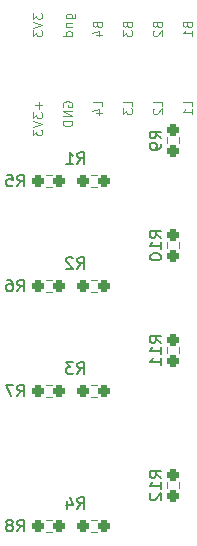
<source format=gbo>
G04 #@! TF.GenerationSoftware,KiCad,Pcbnew,7.0.11-7.0.11~ubuntu20.04.1*
G04 #@! TF.CreationDate,2024-08-22T00:47:31+02:00*
G04 #@! TF.ProjectId,kicad-pmod-semaphore,6b696361-642d-4706-9d6f-642d73656d61,1.0*
G04 #@! TF.SameCoordinates,Original*
G04 #@! TF.FileFunction,Legend,Bot*
G04 #@! TF.FilePolarity,Positive*
%FSLAX46Y46*%
G04 Gerber Fmt 4.6, Leading zero omitted, Abs format (unit mm)*
G04 Created by KiCad (PCBNEW 7.0.11-7.0.11~ubuntu20.04.1) date 2024-08-22 00:47:31*
%MOMM*%
%LPD*%
G01*
G04 APERTURE LIST*
G04 Aperture macros list*
%AMRoundRect*
0 Rectangle with rounded corners*
0 $1 Rounding radius*
0 $2 $3 $4 $5 $6 $7 $8 $9 X,Y pos of 4 corners*
0 Add a 4 corners polygon primitive as box body*
4,1,4,$2,$3,$4,$5,$6,$7,$8,$9,$2,$3,0*
0 Add four circle primitives for the rounded corners*
1,1,$1+$1,$2,$3*
1,1,$1+$1,$4,$5*
1,1,$1+$1,$6,$7*
1,1,$1+$1,$8,$9*
0 Add four rect primitives between the rounded corners*
20,1,$1+$1,$2,$3,$4,$5,0*
20,1,$1+$1,$4,$5,$6,$7,0*
20,1,$1+$1,$6,$7,$8,$9,0*
20,1,$1+$1,$8,$9,$2,$3,0*%
G04 Aperture macros list end*
%ADD10C,0.100000*%
%ADD11C,0.150000*%
%ADD12C,0.120000*%
%ADD13C,2.000000*%
%ADD14RoundRect,0.237500X-0.237500X0.250000X-0.237500X-0.250000X0.237500X-0.250000X0.237500X0.250000X0*%
%ADD15RoundRect,0.237500X0.250000X0.237500X-0.250000X0.237500X-0.250000X-0.237500X0.250000X-0.237500X0*%
%ADD16R,1.700000X1.700000*%
%ADD17O,1.700000X1.700000*%
%ADD18C,2.500000*%
%ADD19R,1.800000X1.800000*%
%ADD20C,1.800000*%
G04 APERTURE END LIST*
D10*
X114360133Y-52326265D02*
X114360133Y-52935789D01*
X114664895Y-52631027D02*
X114055371Y-52631027D01*
X113864895Y-53240550D02*
X113864895Y-53735788D01*
X113864895Y-53735788D02*
X114169657Y-53469122D01*
X114169657Y-53469122D02*
X114169657Y-53583407D01*
X114169657Y-53583407D02*
X114207752Y-53659598D01*
X114207752Y-53659598D02*
X114245847Y-53697693D01*
X114245847Y-53697693D02*
X114322038Y-53735788D01*
X114322038Y-53735788D02*
X114512514Y-53735788D01*
X114512514Y-53735788D02*
X114588704Y-53697693D01*
X114588704Y-53697693D02*
X114626800Y-53659598D01*
X114626800Y-53659598D02*
X114664895Y-53583407D01*
X114664895Y-53583407D02*
X114664895Y-53354836D01*
X114664895Y-53354836D02*
X114626800Y-53278645D01*
X114626800Y-53278645D02*
X114588704Y-53240550D01*
X113864895Y-53964360D02*
X114664895Y-54231027D01*
X114664895Y-54231027D02*
X113864895Y-54497693D01*
X113864895Y-54688169D02*
X113864895Y-55183407D01*
X113864895Y-55183407D02*
X114169657Y-54916741D01*
X114169657Y-54916741D02*
X114169657Y-55031026D01*
X114169657Y-55031026D02*
X114207752Y-55107217D01*
X114207752Y-55107217D02*
X114245847Y-55145312D01*
X114245847Y-55145312D02*
X114322038Y-55183407D01*
X114322038Y-55183407D02*
X114512514Y-55183407D01*
X114512514Y-55183407D02*
X114588704Y-55145312D01*
X114588704Y-55145312D02*
X114626800Y-55107217D01*
X114626800Y-55107217D02*
X114664895Y-55031026D01*
X114664895Y-55031026D02*
X114664895Y-54802455D01*
X114664895Y-54802455D02*
X114626800Y-54726264D01*
X114626800Y-54726264D02*
X114588704Y-54688169D01*
X116442990Y-52745312D02*
X116404895Y-52669122D01*
X116404895Y-52669122D02*
X116404895Y-52554836D01*
X116404895Y-52554836D02*
X116442990Y-52440550D01*
X116442990Y-52440550D02*
X116519180Y-52364360D01*
X116519180Y-52364360D02*
X116595371Y-52326265D01*
X116595371Y-52326265D02*
X116747752Y-52288169D01*
X116747752Y-52288169D02*
X116862038Y-52288169D01*
X116862038Y-52288169D02*
X117014419Y-52326265D01*
X117014419Y-52326265D02*
X117090609Y-52364360D01*
X117090609Y-52364360D02*
X117166800Y-52440550D01*
X117166800Y-52440550D02*
X117204895Y-52554836D01*
X117204895Y-52554836D02*
X117204895Y-52631027D01*
X117204895Y-52631027D02*
X117166800Y-52745312D01*
X117166800Y-52745312D02*
X117128704Y-52783408D01*
X117128704Y-52783408D02*
X116862038Y-52783408D01*
X116862038Y-52783408D02*
X116862038Y-52631027D01*
X117204895Y-53126265D02*
X116404895Y-53126265D01*
X116404895Y-53126265D02*
X117204895Y-53583408D01*
X117204895Y-53583408D02*
X116404895Y-53583408D01*
X117204895Y-53964360D02*
X116404895Y-53964360D01*
X116404895Y-53964360D02*
X116404895Y-54154836D01*
X116404895Y-54154836D02*
X116442990Y-54269122D01*
X116442990Y-54269122D02*
X116519180Y-54345312D01*
X116519180Y-54345312D02*
X116595371Y-54383407D01*
X116595371Y-54383407D02*
X116747752Y-54421503D01*
X116747752Y-54421503D02*
X116862038Y-54421503D01*
X116862038Y-54421503D02*
X117014419Y-54383407D01*
X117014419Y-54383407D02*
X117090609Y-54345312D01*
X117090609Y-54345312D02*
X117166800Y-54269122D01*
X117166800Y-54269122D02*
X117204895Y-54154836D01*
X117204895Y-54154836D02*
X117204895Y-53964360D01*
X119744895Y-52707217D02*
X119744895Y-52326265D01*
X119744895Y-52326265D02*
X118944895Y-52326265D01*
X119211561Y-53316741D02*
X119744895Y-53316741D01*
X118906800Y-53126265D02*
X119478228Y-52935788D01*
X119478228Y-52935788D02*
X119478228Y-53431027D01*
X122284895Y-52707217D02*
X122284895Y-52326265D01*
X122284895Y-52326265D02*
X121484895Y-52326265D01*
X121484895Y-52897693D02*
X121484895Y-53392931D01*
X121484895Y-53392931D02*
X121789657Y-53126265D01*
X121789657Y-53126265D02*
X121789657Y-53240550D01*
X121789657Y-53240550D02*
X121827752Y-53316741D01*
X121827752Y-53316741D02*
X121865847Y-53354836D01*
X121865847Y-53354836D02*
X121942038Y-53392931D01*
X121942038Y-53392931D02*
X122132514Y-53392931D01*
X122132514Y-53392931D02*
X122208704Y-53354836D01*
X122208704Y-53354836D02*
X122246800Y-53316741D01*
X122246800Y-53316741D02*
X122284895Y-53240550D01*
X122284895Y-53240550D02*
X122284895Y-53011979D01*
X122284895Y-53011979D02*
X122246800Y-52935788D01*
X122246800Y-52935788D02*
X122208704Y-52897693D01*
X124824895Y-52707217D02*
X124824895Y-52326265D01*
X124824895Y-52326265D02*
X124024895Y-52326265D01*
X124101085Y-52935788D02*
X124062990Y-52973884D01*
X124062990Y-52973884D02*
X124024895Y-53050074D01*
X124024895Y-53050074D02*
X124024895Y-53240550D01*
X124024895Y-53240550D02*
X124062990Y-53316741D01*
X124062990Y-53316741D02*
X124101085Y-53354836D01*
X124101085Y-53354836D02*
X124177276Y-53392931D01*
X124177276Y-53392931D02*
X124253466Y-53392931D01*
X124253466Y-53392931D02*
X124367752Y-53354836D01*
X124367752Y-53354836D02*
X124824895Y-52897693D01*
X124824895Y-52897693D02*
X124824895Y-53392931D01*
X127364895Y-52707217D02*
X127364895Y-52326265D01*
X127364895Y-52326265D02*
X126564895Y-52326265D01*
X127364895Y-53392931D02*
X127364895Y-52935788D01*
X127364895Y-53164360D02*
X126564895Y-53164360D01*
X126564895Y-53164360D02*
X126679180Y-53088169D01*
X126679180Y-53088169D02*
X126755371Y-53011979D01*
X126755371Y-53011979D02*
X126793466Y-52935788D01*
X113864895Y-44828972D02*
X113864895Y-45324210D01*
X113864895Y-45324210D02*
X114169657Y-45057544D01*
X114169657Y-45057544D02*
X114169657Y-45171829D01*
X114169657Y-45171829D02*
X114207752Y-45248020D01*
X114207752Y-45248020D02*
X114245847Y-45286115D01*
X114245847Y-45286115D02*
X114322038Y-45324210D01*
X114322038Y-45324210D02*
X114512514Y-45324210D01*
X114512514Y-45324210D02*
X114588704Y-45286115D01*
X114588704Y-45286115D02*
X114626800Y-45248020D01*
X114626800Y-45248020D02*
X114664895Y-45171829D01*
X114664895Y-45171829D02*
X114664895Y-44943258D01*
X114664895Y-44943258D02*
X114626800Y-44867067D01*
X114626800Y-44867067D02*
X114588704Y-44828972D01*
X113864895Y-45552782D02*
X114664895Y-45819449D01*
X114664895Y-45819449D02*
X113864895Y-46086115D01*
X113864895Y-46276591D02*
X113864895Y-46771829D01*
X113864895Y-46771829D02*
X114169657Y-46505163D01*
X114169657Y-46505163D02*
X114169657Y-46619448D01*
X114169657Y-46619448D02*
X114207752Y-46695639D01*
X114207752Y-46695639D02*
X114245847Y-46733734D01*
X114245847Y-46733734D02*
X114322038Y-46771829D01*
X114322038Y-46771829D02*
X114512514Y-46771829D01*
X114512514Y-46771829D02*
X114588704Y-46733734D01*
X114588704Y-46733734D02*
X114626800Y-46695639D01*
X114626800Y-46695639D02*
X114664895Y-46619448D01*
X114664895Y-46619448D02*
X114664895Y-46390877D01*
X114664895Y-46390877D02*
X114626800Y-46314686D01*
X114626800Y-46314686D02*
X114588704Y-46276591D01*
X116671561Y-45286114D02*
X117319180Y-45286114D01*
X117319180Y-45286114D02*
X117395371Y-45248019D01*
X117395371Y-45248019D02*
X117433466Y-45209923D01*
X117433466Y-45209923D02*
X117471561Y-45133733D01*
X117471561Y-45133733D02*
X117471561Y-45019447D01*
X117471561Y-45019447D02*
X117433466Y-44943257D01*
X117166800Y-45286114D02*
X117204895Y-45209923D01*
X117204895Y-45209923D02*
X117204895Y-45057542D01*
X117204895Y-45057542D02*
X117166800Y-44981352D01*
X117166800Y-44981352D02*
X117128704Y-44943257D01*
X117128704Y-44943257D02*
X117052514Y-44905161D01*
X117052514Y-44905161D02*
X116823942Y-44905161D01*
X116823942Y-44905161D02*
X116747752Y-44943257D01*
X116747752Y-44943257D02*
X116709657Y-44981352D01*
X116709657Y-44981352D02*
X116671561Y-45057542D01*
X116671561Y-45057542D02*
X116671561Y-45209923D01*
X116671561Y-45209923D02*
X116709657Y-45286114D01*
X116671561Y-45667067D02*
X117204895Y-45667067D01*
X116747752Y-45667067D02*
X116709657Y-45705162D01*
X116709657Y-45705162D02*
X116671561Y-45781352D01*
X116671561Y-45781352D02*
X116671561Y-45895638D01*
X116671561Y-45895638D02*
X116709657Y-45971829D01*
X116709657Y-45971829D02*
X116785847Y-46009924D01*
X116785847Y-46009924D02*
X117204895Y-46009924D01*
X117204895Y-46733734D02*
X116404895Y-46733734D01*
X117166800Y-46733734D02*
X117204895Y-46657543D01*
X117204895Y-46657543D02*
X117204895Y-46505162D01*
X117204895Y-46505162D02*
X117166800Y-46428972D01*
X117166800Y-46428972D02*
X117128704Y-46390877D01*
X117128704Y-46390877D02*
X117052514Y-46352781D01*
X117052514Y-46352781D02*
X116823942Y-46352781D01*
X116823942Y-46352781D02*
X116747752Y-46390877D01*
X116747752Y-46390877D02*
X116709657Y-46428972D01*
X116709657Y-46428972D02*
X116671561Y-46505162D01*
X116671561Y-46505162D02*
X116671561Y-46657543D01*
X116671561Y-46657543D02*
X116709657Y-46733734D01*
X119325847Y-45819448D02*
X119363942Y-45933734D01*
X119363942Y-45933734D02*
X119402038Y-45971829D01*
X119402038Y-45971829D02*
X119478228Y-46009925D01*
X119478228Y-46009925D02*
X119592514Y-46009925D01*
X119592514Y-46009925D02*
X119668704Y-45971829D01*
X119668704Y-45971829D02*
X119706800Y-45933734D01*
X119706800Y-45933734D02*
X119744895Y-45857544D01*
X119744895Y-45857544D02*
X119744895Y-45552782D01*
X119744895Y-45552782D02*
X118944895Y-45552782D01*
X118944895Y-45552782D02*
X118944895Y-45819448D01*
X118944895Y-45819448D02*
X118982990Y-45895639D01*
X118982990Y-45895639D02*
X119021085Y-45933734D01*
X119021085Y-45933734D02*
X119097276Y-45971829D01*
X119097276Y-45971829D02*
X119173466Y-45971829D01*
X119173466Y-45971829D02*
X119249657Y-45933734D01*
X119249657Y-45933734D02*
X119287752Y-45895639D01*
X119287752Y-45895639D02*
X119325847Y-45819448D01*
X119325847Y-45819448D02*
X119325847Y-45552782D01*
X119211561Y-46695639D02*
X119744895Y-46695639D01*
X118906800Y-46505163D02*
X119478228Y-46314686D01*
X119478228Y-46314686D02*
X119478228Y-46809925D01*
X121865847Y-45819448D02*
X121903942Y-45933734D01*
X121903942Y-45933734D02*
X121942038Y-45971829D01*
X121942038Y-45971829D02*
X122018228Y-46009925D01*
X122018228Y-46009925D02*
X122132514Y-46009925D01*
X122132514Y-46009925D02*
X122208704Y-45971829D01*
X122208704Y-45971829D02*
X122246800Y-45933734D01*
X122246800Y-45933734D02*
X122284895Y-45857544D01*
X122284895Y-45857544D02*
X122284895Y-45552782D01*
X122284895Y-45552782D02*
X121484895Y-45552782D01*
X121484895Y-45552782D02*
X121484895Y-45819448D01*
X121484895Y-45819448D02*
X121522990Y-45895639D01*
X121522990Y-45895639D02*
X121561085Y-45933734D01*
X121561085Y-45933734D02*
X121637276Y-45971829D01*
X121637276Y-45971829D02*
X121713466Y-45971829D01*
X121713466Y-45971829D02*
X121789657Y-45933734D01*
X121789657Y-45933734D02*
X121827752Y-45895639D01*
X121827752Y-45895639D02*
X121865847Y-45819448D01*
X121865847Y-45819448D02*
X121865847Y-45552782D01*
X121484895Y-46276591D02*
X121484895Y-46771829D01*
X121484895Y-46771829D02*
X121789657Y-46505163D01*
X121789657Y-46505163D02*
X121789657Y-46619448D01*
X121789657Y-46619448D02*
X121827752Y-46695639D01*
X121827752Y-46695639D02*
X121865847Y-46733734D01*
X121865847Y-46733734D02*
X121942038Y-46771829D01*
X121942038Y-46771829D02*
X122132514Y-46771829D01*
X122132514Y-46771829D02*
X122208704Y-46733734D01*
X122208704Y-46733734D02*
X122246800Y-46695639D01*
X122246800Y-46695639D02*
X122284895Y-46619448D01*
X122284895Y-46619448D02*
X122284895Y-46390877D01*
X122284895Y-46390877D02*
X122246800Y-46314686D01*
X122246800Y-46314686D02*
X122208704Y-46276591D01*
X124405847Y-45819448D02*
X124443942Y-45933734D01*
X124443942Y-45933734D02*
X124482038Y-45971829D01*
X124482038Y-45971829D02*
X124558228Y-46009925D01*
X124558228Y-46009925D02*
X124672514Y-46009925D01*
X124672514Y-46009925D02*
X124748704Y-45971829D01*
X124748704Y-45971829D02*
X124786800Y-45933734D01*
X124786800Y-45933734D02*
X124824895Y-45857544D01*
X124824895Y-45857544D02*
X124824895Y-45552782D01*
X124824895Y-45552782D02*
X124024895Y-45552782D01*
X124024895Y-45552782D02*
X124024895Y-45819448D01*
X124024895Y-45819448D02*
X124062990Y-45895639D01*
X124062990Y-45895639D02*
X124101085Y-45933734D01*
X124101085Y-45933734D02*
X124177276Y-45971829D01*
X124177276Y-45971829D02*
X124253466Y-45971829D01*
X124253466Y-45971829D02*
X124329657Y-45933734D01*
X124329657Y-45933734D02*
X124367752Y-45895639D01*
X124367752Y-45895639D02*
X124405847Y-45819448D01*
X124405847Y-45819448D02*
X124405847Y-45552782D01*
X124101085Y-46314686D02*
X124062990Y-46352782D01*
X124062990Y-46352782D02*
X124024895Y-46428972D01*
X124024895Y-46428972D02*
X124024895Y-46619448D01*
X124024895Y-46619448D02*
X124062990Y-46695639D01*
X124062990Y-46695639D02*
X124101085Y-46733734D01*
X124101085Y-46733734D02*
X124177276Y-46771829D01*
X124177276Y-46771829D02*
X124253466Y-46771829D01*
X124253466Y-46771829D02*
X124367752Y-46733734D01*
X124367752Y-46733734D02*
X124824895Y-46276591D01*
X124824895Y-46276591D02*
X124824895Y-46771829D01*
X126945847Y-45819448D02*
X126983942Y-45933734D01*
X126983942Y-45933734D02*
X127022038Y-45971829D01*
X127022038Y-45971829D02*
X127098228Y-46009925D01*
X127098228Y-46009925D02*
X127212514Y-46009925D01*
X127212514Y-46009925D02*
X127288704Y-45971829D01*
X127288704Y-45971829D02*
X127326800Y-45933734D01*
X127326800Y-45933734D02*
X127364895Y-45857544D01*
X127364895Y-45857544D02*
X127364895Y-45552782D01*
X127364895Y-45552782D02*
X126564895Y-45552782D01*
X126564895Y-45552782D02*
X126564895Y-45819448D01*
X126564895Y-45819448D02*
X126602990Y-45895639D01*
X126602990Y-45895639D02*
X126641085Y-45933734D01*
X126641085Y-45933734D02*
X126717276Y-45971829D01*
X126717276Y-45971829D02*
X126793466Y-45971829D01*
X126793466Y-45971829D02*
X126869657Y-45933734D01*
X126869657Y-45933734D02*
X126907752Y-45895639D01*
X126907752Y-45895639D02*
X126945847Y-45819448D01*
X126945847Y-45819448D02*
X126945847Y-45552782D01*
X127364895Y-46771829D02*
X127364895Y-46314686D01*
X127364895Y-46543258D02*
X126564895Y-46543258D01*
X126564895Y-46543258D02*
X126679180Y-46467067D01*
X126679180Y-46467067D02*
X126755371Y-46390877D01*
X126755371Y-46390877D02*
X126793466Y-46314686D01*
D11*
X124754819Y-84169642D02*
X124278628Y-83836309D01*
X124754819Y-83598214D02*
X123754819Y-83598214D01*
X123754819Y-83598214D02*
X123754819Y-83979166D01*
X123754819Y-83979166D02*
X123802438Y-84074404D01*
X123802438Y-84074404D02*
X123850057Y-84122023D01*
X123850057Y-84122023D02*
X123945295Y-84169642D01*
X123945295Y-84169642D02*
X124088152Y-84169642D01*
X124088152Y-84169642D02*
X124183390Y-84122023D01*
X124183390Y-84122023D02*
X124231009Y-84074404D01*
X124231009Y-84074404D02*
X124278628Y-83979166D01*
X124278628Y-83979166D02*
X124278628Y-83598214D01*
X124754819Y-85122023D02*
X124754819Y-84550595D01*
X124754819Y-84836309D02*
X123754819Y-84836309D01*
X123754819Y-84836309D02*
X123897676Y-84741071D01*
X123897676Y-84741071D02*
X123992914Y-84645833D01*
X123992914Y-84645833D02*
X124040533Y-84550595D01*
X123850057Y-85502976D02*
X123802438Y-85550595D01*
X123802438Y-85550595D02*
X123754819Y-85645833D01*
X123754819Y-85645833D02*
X123754819Y-85883928D01*
X123754819Y-85883928D02*
X123802438Y-85979166D01*
X123802438Y-85979166D02*
X123850057Y-86026785D01*
X123850057Y-86026785D02*
X123945295Y-86074404D01*
X123945295Y-86074404D02*
X124040533Y-86074404D01*
X124040533Y-86074404D02*
X124183390Y-86026785D01*
X124183390Y-86026785D02*
X124754819Y-85455357D01*
X124754819Y-85455357D02*
X124754819Y-86074404D01*
X124754819Y-72739642D02*
X124278628Y-72406309D01*
X124754819Y-72168214D02*
X123754819Y-72168214D01*
X123754819Y-72168214D02*
X123754819Y-72549166D01*
X123754819Y-72549166D02*
X123802438Y-72644404D01*
X123802438Y-72644404D02*
X123850057Y-72692023D01*
X123850057Y-72692023D02*
X123945295Y-72739642D01*
X123945295Y-72739642D02*
X124088152Y-72739642D01*
X124088152Y-72739642D02*
X124183390Y-72692023D01*
X124183390Y-72692023D02*
X124231009Y-72644404D01*
X124231009Y-72644404D02*
X124278628Y-72549166D01*
X124278628Y-72549166D02*
X124278628Y-72168214D01*
X124754819Y-73692023D02*
X124754819Y-73120595D01*
X124754819Y-73406309D02*
X123754819Y-73406309D01*
X123754819Y-73406309D02*
X123897676Y-73311071D01*
X123897676Y-73311071D02*
X123992914Y-73215833D01*
X123992914Y-73215833D02*
X124040533Y-73120595D01*
X124754819Y-74644404D02*
X124754819Y-74072976D01*
X124754819Y-74358690D02*
X123754819Y-74358690D01*
X123754819Y-74358690D02*
X123897676Y-74263452D01*
X123897676Y-74263452D02*
X123992914Y-74168214D01*
X123992914Y-74168214D02*
X124040533Y-74072976D01*
X124754819Y-63849642D02*
X124278628Y-63516309D01*
X124754819Y-63278214D02*
X123754819Y-63278214D01*
X123754819Y-63278214D02*
X123754819Y-63659166D01*
X123754819Y-63659166D02*
X123802438Y-63754404D01*
X123802438Y-63754404D02*
X123850057Y-63802023D01*
X123850057Y-63802023D02*
X123945295Y-63849642D01*
X123945295Y-63849642D02*
X124088152Y-63849642D01*
X124088152Y-63849642D02*
X124183390Y-63802023D01*
X124183390Y-63802023D02*
X124231009Y-63754404D01*
X124231009Y-63754404D02*
X124278628Y-63659166D01*
X124278628Y-63659166D02*
X124278628Y-63278214D01*
X124754819Y-64802023D02*
X124754819Y-64230595D01*
X124754819Y-64516309D02*
X123754819Y-64516309D01*
X123754819Y-64516309D02*
X123897676Y-64421071D01*
X123897676Y-64421071D02*
X123992914Y-64325833D01*
X123992914Y-64325833D02*
X124040533Y-64230595D01*
X123754819Y-65421071D02*
X123754819Y-65516309D01*
X123754819Y-65516309D02*
X123802438Y-65611547D01*
X123802438Y-65611547D02*
X123850057Y-65659166D01*
X123850057Y-65659166D02*
X123945295Y-65706785D01*
X123945295Y-65706785D02*
X124135771Y-65754404D01*
X124135771Y-65754404D02*
X124373866Y-65754404D01*
X124373866Y-65754404D02*
X124564342Y-65706785D01*
X124564342Y-65706785D02*
X124659580Y-65659166D01*
X124659580Y-65659166D02*
X124707200Y-65611547D01*
X124707200Y-65611547D02*
X124754819Y-65516309D01*
X124754819Y-65516309D02*
X124754819Y-65421071D01*
X124754819Y-65421071D02*
X124707200Y-65325833D01*
X124707200Y-65325833D02*
X124659580Y-65278214D01*
X124659580Y-65278214D02*
X124564342Y-65230595D01*
X124564342Y-65230595D02*
X124373866Y-65182976D01*
X124373866Y-65182976D02*
X124135771Y-65182976D01*
X124135771Y-65182976D02*
X123945295Y-65230595D01*
X123945295Y-65230595D02*
X123850057Y-65278214D01*
X123850057Y-65278214D02*
X123802438Y-65325833D01*
X123802438Y-65325833D02*
X123754819Y-65421071D01*
X124754819Y-55435833D02*
X124278628Y-55102500D01*
X124754819Y-54864405D02*
X123754819Y-54864405D01*
X123754819Y-54864405D02*
X123754819Y-55245357D01*
X123754819Y-55245357D02*
X123802438Y-55340595D01*
X123802438Y-55340595D02*
X123850057Y-55388214D01*
X123850057Y-55388214D02*
X123945295Y-55435833D01*
X123945295Y-55435833D02*
X124088152Y-55435833D01*
X124088152Y-55435833D02*
X124183390Y-55388214D01*
X124183390Y-55388214D02*
X124231009Y-55340595D01*
X124231009Y-55340595D02*
X124278628Y-55245357D01*
X124278628Y-55245357D02*
X124278628Y-54864405D01*
X124754819Y-55912024D02*
X124754819Y-56102500D01*
X124754819Y-56102500D02*
X124707200Y-56197738D01*
X124707200Y-56197738D02*
X124659580Y-56245357D01*
X124659580Y-56245357D02*
X124516723Y-56340595D01*
X124516723Y-56340595D02*
X124326247Y-56388214D01*
X124326247Y-56388214D02*
X123945295Y-56388214D01*
X123945295Y-56388214D02*
X123850057Y-56340595D01*
X123850057Y-56340595D02*
X123802438Y-56292976D01*
X123802438Y-56292976D02*
X123754819Y-56197738D01*
X123754819Y-56197738D02*
X123754819Y-56007262D01*
X123754819Y-56007262D02*
X123802438Y-55912024D01*
X123802438Y-55912024D02*
X123850057Y-55864405D01*
X123850057Y-55864405D02*
X123945295Y-55816786D01*
X123945295Y-55816786D02*
X124183390Y-55816786D01*
X124183390Y-55816786D02*
X124278628Y-55864405D01*
X124278628Y-55864405D02*
X124326247Y-55912024D01*
X124326247Y-55912024D02*
X124373866Y-56007262D01*
X124373866Y-56007262D02*
X124373866Y-56197738D01*
X124373866Y-56197738D02*
X124326247Y-56292976D01*
X124326247Y-56292976D02*
X124278628Y-56340595D01*
X124278628Y-56340595D02*
X124183390Y-56388214D01*
X112561666Y-88719819D02*
X112894999Y-88243628D01*
X113133094Y-88719819D02*
X113133094Y-87719819D01*
X113133094Y-87719819D02*
X112752142Y-87719819D01*
X112752142Y-87719819D02*
X112656904Y-87767438D01*
X112656904Y-87767438D02*
X112609285Y-87815057D01*
X112609285Y-87815057D02*
X112561666Y-87910295D01*
X112561666Y-87910295D02*
X112561666Y-88053152D01*
X112561666Y-88053152D02*
X112609285Y-88148390D01*
X112609285Y-88148390D02*
X112656904Y-88196009D01*
X112656904Y-88196009D02*
X112752142Y-88243628D01*
X112752142Y-88243628D02*
X113133094Y-88243628D01*
X111990237Y-88148390D02*
X112085475Y-88100771D01*
X112085475Y-88100771D02*
X112133094Y-88053152D01*
X112133094Y-88053152D02*
X112180713Y-87957914D01*
X112180713Y-87957914D02*
X112180713Y-87910295D01*
X112180713Y-87910295D02*
X112133094Y-87815057D01*
X112133094Y-87815057D02*
X112085475Y-87767438D01*
X112085475Y-87767438D02*
X111990237Y-87719819D01*
X111990237Y-87719819D02*
X111799761Y-87719819D01*
X111799761Y-87719819D02*
X111704523Y-87767438D01*
X111704523Y-87767438D02*
X111656904Y-87815057D01*
X111656904Y-87815057D02*
X111609285Y-87910295D01*
X111609285Y-87910295D02*
X111609285Y-87957914D01*
X111609285Y-87957914D02*
X111656904Y-88053152D01*
X111656904Y-88053152D02*
X111704523Y-88100771D01*
X111704523Y-88100771D02*
X111799761Y-88148390D01*
X111799761Y-88148390D02*
X111990237Y-88148390D01*
X111990237Y-88148390D02*
X112085475Y-88196009D01*
X112085475Y-88196009D02*
X112133094Y-88243628D01*
X112133094Y-88243628D02*
X112180713Y-88338866D01*
X112180713Y-88338866D02*
X112180713Y-88529342D01*
X112180713Y-88529342D02*
X112133094Y-88624580D01*
X112133094Y-88624580D02*
X112085475Y-88672200D01*
X112085475Y-88672200D02*
X111990237Y-88719819D01*
X111990237Y-88719819D02*
X111799761Y-88719819D01*
X111799761Y-88719819D02*
X111704523Y-88672200D01*
X111704523Y-88672200D02*
X111656904Y-88624580D01*
X111656904Y-88624580D02*
X111609285Y-88529342D01*
X111609285Y-88529342D02*
X111609285Y-88338866D01*
X111609285Y-88338866D02*
X111656904Y-88243628D01*
X111656904Y-88243628D02*
X111704523Y-88196009D01*
X111704523Y-88196009D02*
X111799761Y-88148390D01*
X112561666Y-77289819D02*
X112894999Y-76813628D01*
X113133094Y-77289819D02*
X113133094Y-76289819D01*
X113133094Y-76289819D02*
X112752142Y-76289819D01*
X112752142Y-76289819D02*
X112656904Y-76337438D01*
X112656904Y-76337438D02*
X112609285Y-76385057D01*
X112609285Y-76385057D02*
X112561666Y-76480295D01*
X112561666Y-76480295D02*
X112561666Y-76623152D01*
X112561666Y-76623152D02*
X112609285Y-76718390D01*
X112609285Y-76718390D02*
X112656904Y-76766009D01*
X112656904Y-76766009D02*
X112752142Y-76813628D01*
X112752142Y-76813628D02*
X113133094Y-76813628D01*
X112228332Y-76289819D02*
X111561666Y-76289819D01*
X111561666Y-76289819D02*
X111990237Y-77289819D01*
X112561666Y-68399819D02*
X112894999Y-67923628D01*
X113133094Y-68399819D02*
X113133094Y-67399819D01*
X113133094Y-67399819D02*
X112752142Y-67399819D01*
X112752142Y-67399819D02*
X112656904Y-67447438D01*
X112656904Y-67447438D02*
X112609285Y-67495057D01*
X112609285Y-67495057D02*
X112561666Y-67590295D01*
X112561666Y-67590295D02*
X112561666Y-67733152D01*
X112561666Y-67733152D02*
X112609285Y-67828390D01*
X112609285Y-67828390D02*
X112656904Y-67876009D01*
X112656904Y-67876009D02*
X112752142Y-67923628D01*
X112752142Y-67923628D02*
X113133094Y-67923628D01*
X111704523Y-67399819D02*
X111894999Y-67399819D01*
X111894999Y-67399819D02*
X111990237Y-67447438D01*
X111990237Y-67447438D02*
X112037856Y-67495057D01*
X112037856Y-67495057D02*
X112133094Y-67637914D01*
X112133094Y-67637914D02*
X112180713Y-67828390D01*
X112180713Y-67828390D02*
X112180713Y-68209342D01*
X112180713Y-68209342D02*
X112133094Y-68304580D01*
X112133094Y-68304580D02*
X112085475Y-68352200D01*
X112085475Y-68352200D02*
X111990237Y-68399819D01*
X111990237Y-68399819D02*
X111799761Y-68399819D01*
X111799761Y-68399819D02*
X111704523Y-68352200D01*
X111704523Y-68352200D02*
X111656904Y-68304580D01*
X111656904Y-68304580D02*
X111609285Y-68209342D01*
X111609285Y-68209342D02*
X111609285Y-67971247D01*
X111609285Y-67971247D02*
X111656904Y-67876009D01*
X111656904Y-67876009D02*
X111704523Y-67828390D01*
X111704523Y-67828390D02*
X111799761Y-67780771D01*
X111799761Y-67780771D02*
X111990237Y-67780771D01*
X111990237Y-67780771D02*
X112085475Y-67828390D01*
X112085475Y-67828390D02*
X112133094Y-67876009D01*
X112133094Y-67876009D02*
X112180713Y-67971247D01*
X112561666Y-59509819D02*
X112894999Y-59033628D01*
X113133094Y-59509819D02*
X113133094Y-58509819D01*
X113133094Y-58509819D02*
X112752142Y-58509819D01*
X112752142Y-58509819D02*
X112656904Y-58557438D01*
X112656904Y-58557438D02*
X112609285Y-58605057D01*
X112609285Y-58605057D02*
X112561666Y-58700295D01*
X112561666Y-58700295D02*
X112561666Y-58843152D01*
X112561666Y-58843152D02*
X112609285Y-58938390D01*
X112609285Y-58938390D02*
X112656904Y-58986009D01*
X112656904Y-58986009D02*
X112752142Y-59033628D01*
X112752142Y-59033628D02*
X113133094Y-59033628D01*
X111656904Y-58509819D02*
X112133094Y-58509819D01*
X112133094Y-58509819D02*
X112180713Y-58986009D01*
X112180713Y-58986009D02*
X112133094Y-58938390D01*
X112133094Y-58938390D02*
X112037856Y-58890771D01*
X112037856Y-58890771D02*
X111799761Y-58890771D01*
X111799761Y-58890771D02*
X111704523Y-58938390D01*
X111704523Y-58938390D02*
X111656904Y-58986009D01*
X111656904Y-58986009D02*
X111609285Y-59081247D01*
X111609285Y-59081247D02*
X111609285Y-59319342D01*
X111609285Y-59319342D02*
X111656904Y-59414580D01*
X111656904Y-59414580D02*
X111704523Y-59462200D01*
X111704523Y-59462200D02*
X111799761Y-59509819D01*
X111799761Y-59509819D02*
X112037856Y-59509819D01*
X112037856Y-59509819D02*
X112133094Y-59462200D01*
X112133094Y-59462200D02*
X112180713Y-59414580D01*
X117641666Y-86814819D02*
X117974999Y-86338628D01*
X118213094Y-86814819D02*
X118213094Y-85814819D01*
X118213094Y-85814819D02*
X117832142Y-85814819D01*
X117832142Y-85814819D02*
X117736904Y-85862438D01*
X117736904Y-85862438D02*
X117689285Y-85910057D01*
X117689285Y-85910057D02*
X117641666Y-86005295D01*
X117641666Y-86005295D02*
X117641666Y-86148152D01*
X117641666Y-86148152D02*
X117689285Y-86243390D01*
X117689285Y-86243390D02*
X117736904Y-86291009D01*
X117736904Y-86291009D02*
X117832142Y-86338628D01*
X117832142Y-86338628D02*
X118213094Y-86338628D01*
X116784523Y-86148152D02*
X116784523Y-86814819D01*
X117022618Y-85767200D02*
X117260713Y-86481485D01*
X117260713Y-86481485D02*
X116641666Y-86481485D01*
X117641666Y-75384819D02*
X117974999Y-74908628D01*
X118213094Y-75384819D02*
X118213094Y-74384819D01*
X118213094Y-74384819D02*
X117832142Y-74384819D01*
X117832142Y-74384819D02*
X117736904Y-74432438D01*
X117736904Y-74432438D02*
X117689285Y-74480057D01*
X117689285Y-74480057D02*
X117641666Y-74575295D01*
X117641666Y-74575295D02*
X117641666Y-74718152D01*
X117641666Y-74718152D02*
X117689285Y-74813390D01*
X117689285Y-74813390D02*
X117736904Y-74861009D01*
X117736904Y-74861009D02*
X117832142Y-74908628D01*
X117832142Y-74908628D02*
X118213094Y-74908628D01*
X117308332Y-74384819D02*
X116689285Y-74384819D01*
X116689285Y-74384819D02*
X117022618Y-74765771D01*
X117022618Y-74765771D02*
X116879761Y-74765771D01*
X116879761Y-74765771D02*
X116784523Y-74813390D01*
X116784523Y-74813390D02*
X116736904Y-74861009D01*
X116736904Y-74861009D02*
X116689285Y-74956247D01*
X116689285Y-74956247D02*
X116689285Y-75194342D01*
X116689285Y-75194342D02*
X116736904Y-75289580D01*
X116736904Y-75289580D02*
X116784523Y-75337200D01*
X116784523Y-75337200D02*
X116879761Y-75384819D01*
X116879761Y-75384819D02*
X117165475Y-75384819D01*
X117165475Y-75384819D02*
X117260713Y-75337200D01*
X117260713Y-75337200D02*
X117308332Y-75289580D01*
X117641666Y-66494819D02*
X117974999Y-66018628D01*
X118213094Y-66494819D02*
X118213094Y-65494819D01*
X118213094Y-65494819D02*
X117832142Y-65494819D01*
X117832142Y-65494819D02*
X117736904Y-65542438D01*
X117736904Y-65542438D02*
X117689285Y-65590057D01*
X117689285Y-65590057D02*
X117641666Y-65685295D01*
X117641666Y-65685295D02*
X117641666Y-65828152D01*
X117641666Y-65828152D02*
X117689285Y-65923390D01*
X117689285Y-65923390D02*
X117736904Y-65971009D01*
X117736904Y-65971009D02*
X117832142Y-66018628D01*
X117832142Y-66018628D02*
X118213094Y-66018628D01*
X117260713Y-65590057D02*
X117213094Y-65542438D01*
X117213094Y-65542438D02*
X117117856Y-65494819D01*
X117117856Y-65494819D02*
X116879761Y-65494819D01*
X116879761Y-65494819D02*
X116784523Y-65542438D01*
X116784523Y-65542438D02*
X116736904Y-65590057D01*
X116736904Y-65590057D02*
X116689285Y-65685295D01*
X116689285Y-65685295D02*
X116689285Y-65780533D01*
X116689285Y-65780533D02*
X116736904Y-65923390D01*
X116736904Y-65923390D02*
X117308332Y-66494819D01*
X117308332Y-66494819D02*
X116689285Y-66494819D01*
X117641666Y-57604819D02*
X117974999Y-57128628D01*
X118213094Y-57604819D02*
X118213094Y-56604819D01*
X118213094Y-56604819D02*
X117832142Y-56604819D01*
X117832142Y-56604819D02*
X117736904Y-56652438D01*
X117736904Y-56652438D02*
X117689285Y-56700057D01*
X117689285Y-56700057D02*
X117641666Y-56795295D01*
X117641666Y-56795295D02*
X117641666Y-56938152D01*
X117641666Y-56938152D02*
X117689285Y-57033390D01*
X117689285Y-57033390D02*
X117736904Y-57081009D01*
X117736904Y-57081009D02*
X117832142Y-57128628D01*
X117832142Y-57128628D02*
X118213094Y-57128628D01*
X116689285Y-57604819D02*
X117260713Y-57604819D01*
X116974999Y-57604819D02*
X116974999Y-56604819D01*
X116974999Y-56604819D02*
X117070237Y-56747676D01*
X117070237Y-56747676D02*
X117165475Y-56842914D01*
X117165475Y-56842914D02*
X117260713Y-56890533D01*
D12*
X125207500Y-84557776D02*
X125207500Y-85067224D01*
X126252500Y-84557776D02*
X126252500Y-85067224D01*
X125207500Y-73127776D02*
X125207500Y-73637224D01*
X126252500Y-73127776D02*
X126252500Y-73637224D01*
X125207500Y-64237776D02*
X125207500Y-64747224D01*
X126252500Y-64237776D02*
X126252500Y-64747224D01*
X125207500Y-55347776D02*
X125207500Y-55857224D01*
X126252500Y-55347776D02*
X126252500Y-55857224D01*
X115467224Y-87742500D02*
X114957776Y-87742500D01*
X115467224Y-88787500D02*
X114957776Y-88787500D01*
X115467224Y-76312500D02*
X114957776Y-76312500D01*
X115467224Y-77357500D02*
X114957776Y-77357500D01*
X115467224Y-67422500D02*
X114957776Y-67422500D01*
X115467224Y-68467500D02*
X114957776Y-68467500D01*
X115467224Y-58532500D02*
X114957776Y-58532500D01*
X115467224Y-59577500D02*
X114957776Y-59577500D01*
X119277224Y-87742500D02*
X118767776Y-87742500D01*
X119277224Y-88787500D02*
X118767776Y-88787500D01*
X119277224Y-76312500D02*
X118767776Y-76312500D01*
X119277224Y-77357500D02*
X118767776Y-77357500D01*
X119277224Y-67422500D02*
X118767776Y-67422500D01*
X119277224Y-68467500D02*
X118767776Y-68467500D01*
X119277224Y-58532500D02*
X118767776Y-58532500D01*
X119277224Y-59577500D02*
X118767776Y-59577500D01*
%LPC*%
D13*
X120090000Y-86015000D03*
X113590000Y-86015000D03*
X120090000Y-90515000D03*
X113590000Y-90515000D03*
X120090000Y-74585000D03*
X113590000Y-74585000D03*
X120090000Y-79085000D03*
X113590000Y-79085000D03*
X120090000Y-65695000D03*
X113590000Y-65695000D03*
X120090000Y-70195000D03*
X113590000Y-70195000D03*
X120090000Y-56805000D03*
X113590000Y-56805000D03*
X120090000Y-61305000D03*
X113590000Y-61305000D03*
D14*
X125730000Y-83900000D03*
X125730000Y-85725000D03*
X125730000Y-72470000D03*
X125730000Y-74295000D03*
X125730000Y-63580000D03*
X125730000Y-65405000D03*
X125730000Y-54690000D03*
X125730000Y-56515000D03*
D15*
X116125000Y-88265000D03*
X114300000Y-88265000D03*
X116125000Y-76835000D03*
X114300000Y-76835000D03*
X116125000Y-67945000D03*
X114300000Y-67945000D03*
X116125000Y-59055000D03*
X114300000Y-59055000D03*
X119935000Y-88265000D03*
X118110000Y-88265000D03*
X119935000Y-76835000D03*
X118110000Y-76835000D03*
X119935000Y-67945000D03*
X118110000Y-67945000D03*
X119935000Y-59055000D03*
X118110000Y-59055000D03*
D16*
X127000000Y-50800000D03*
D17*
X127000000Y-48260000D03*
X124460000Y-50800000D03*
X124460000Y-48260000D03*
X121920000Y-50800000D03*
X121920000Y-48260000D03*
X119380000Y-50800000D03*
X119380000Y-48260000D03*
X116840000Y-50800000D03*
X116840000Y-48260000D03*
X114300000Y-50800000D03*
X114300000Y-48260000D03*
D18*
X127000000Y-95885000D03*
X114300000Y-95885000D03*
D19*
X128270000Y-88265000D03*
D20*
X125730000Y-88265000D03*
D19*
X128270000Y-76835000D03*
D20*
X125730000Y-76835000D03*
D19*
X128270000Y-67945000D03*
D20*
X125730000Y-67945000D03*
X125730000Y-59055000D03*
D19*
X128270000Y-59055000D03*
%LPD*%
M02*

</source>
